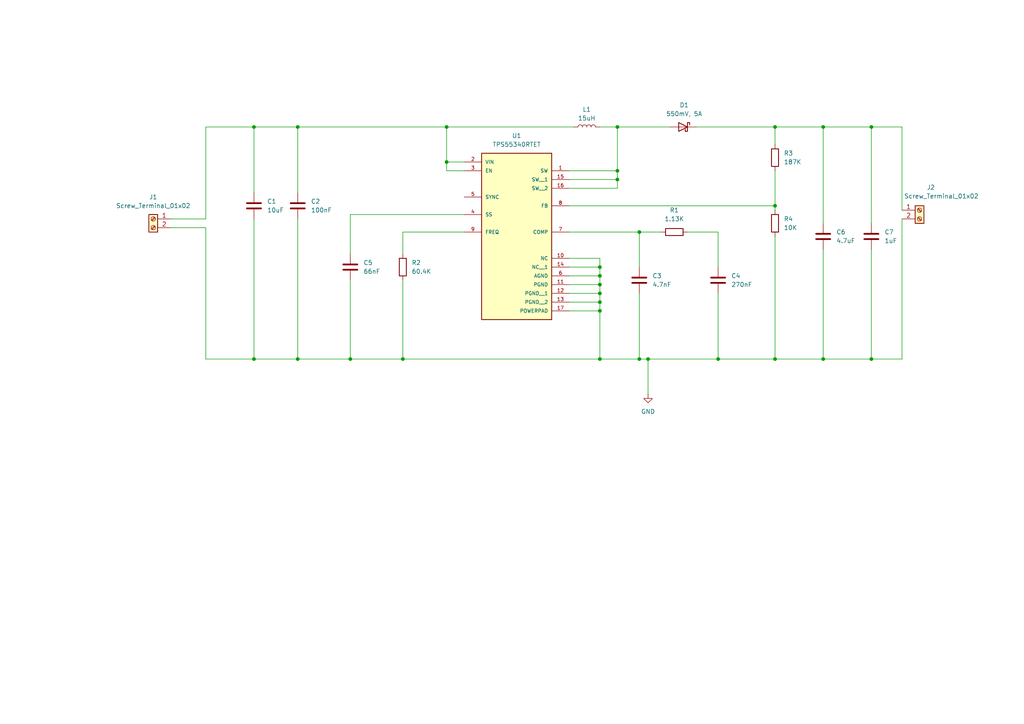
<source format=kicad_sch>
(kicad_sch (version 20231120) (generator "eeschema") (generator_version "8.0")
  (paper "A4")
  (lib_symbols
    (symbol "Connector:Screw_Terminal_01x02" (pin_names (offset 1.016) hide)
      (property "Reference" "J" (at 0 2.54 0))
      (property "Value" "Screw_Terminal_01x02" (at 0 -5.08 0))
      (symbol "Screw_Terminal_01x02_1_1"
        (rectangle (start -1.27 1.27) (end 1.27 -3.81) (stroke (width 0.254)) (fill (type background)))
        (circle (center 0 -2.54) (radius 0.635) (stroke (width 0.1524)))
        (polyline (pts (xy -0.5334 -2.2098) (xy 0.3302 -3.048)) (stroke (width 0.1524)))
        (polyline (pts (xy -0.5334 0.3302) (xy 0.3302 -0.508)) (stroke (width 0.1524)))
        (polyline (pts (xy -0.3556 -2.032) (xy 0.508 -2.8702)) (stroke (width 0.1524)))
        (polyline (pts (xy -0.3556 0.508) (xy 0.508 -0.3302)) (stroke (width 0.1524)))
        (circle (center 0 0) (radius 0.635) (stroke (width 0.1524)))
        (pin passive line (at -5.08 0 0) (length 3.81) (name "Pin_1") (number "1"))
        (pin passive line (at -5.08 -2.54 0) (length 3.81) (name "Pin_2") (number "2"))
      )
    )
    (symbol "Device:C" (pin_numbers hide) (pin_names (offset 0.254))
      (property "Reference" "C" (at 0.635 2.54 0))
      (property "Value" "C" (at 0.635 -2.54 0))
      (symbol "C_0_1"
        (polyline (pts (xy -2.032 -0.762) (xy 2.032 -0.762)) (stroke (width 0.508)))
        (polyline (pts (xy -2.032 0.762) (xy 2.032 0.762)) (stroke (width 0.508)))
      )
      (symbol "C_1_1"
        (pin passive line (at 0 3.81 270) (length 2.794) (name "~") (number "1"))
        (pin passive line (at 0 -3.81 90) (length 2.794) (name "~") (number "2"))
      )
    )
    (symbol "Device:D_Schottky" (pin_numbers hide) (pin_names (offset 1.016) hide)
      (property "Reference" "D" (at 0 2.54 0))
      (property "Value" "D_Schottky" (at 0 -2.54 0))
      (symbol "D_Schottky_0_1"
        (polyline (pts (xy 1.27 0) (xy -1.27 0)))
        (polyline (pts (xy 1.27 1.27) (xy 1.27 -1.27) (xy -1.27 0) (xy 1.27 1.27)) (stroke (width 0.254)))
        (polyline (pts (xy -1.905 0.635) (xy -1.905 1.27) (xy -1.27 1.27) (xy -1.27 -1.27) (xy -0.635 -1.27) (xy -0.635 -0.635)) (stroke (width 0.254)))
      )
      (symbol "D_Schottky_1_1"
        (pin passive line (at -3.81 0 0) (length 2.54) (name "K") (number "1"))
        (pin passive line (at 3.81 0 180) (length 2.54) (name "A") (number "2"))
      )
    )
    (symbol "Device:L" (pin_numbers hide) (pin_names (offset 1.016) hide)
      (property "Reference" "L" (at -1.27 0 90))
      (property "Value" "L" (at 1.905 0 90))
      (symbol "L_0_1"
        (arc (start 0 -2.54) (mid 0.6323 -1.905) (end 0 -1.27))
        (arc (start 0 -1.27) (mid 0.6323 -0.635) (end 0 0))
        (arc (start 0 0) (mid 0.6323 0.635) (end 0 1.27))
        (arc (start 0 1.27) (mid 0.6323 1.905) (end 0 2.54))
      )
      (symbol "L_1_1"
        (pin passive line (at 0 3.81 270) (length 1.27) (name "1") (number "1"))
        (pin passive line (at 0 -3.81 90) (length 1.27) (name "2") (number "2"))
      )
    )
    (symbol "Device:R" (pin_numbers hide) (pin_names (offset 0))
      (property "Reference" "R" (at 2.032 0 90))
      (property "Value" "R" (at 0 0 90))
      (symbol "R_0_1"
        (rectangle (start -1.016 -2.54) (end 1.016 2.54) (stroke (width 0.254)))
      )
      (symbol "R_1_1"
        (pin passive line (at 0 3.81 270) (length 1.27) (name "~") (number "1"))
        (pin passive line (at 0 -3.81 90) (length 1.27) (name "~") (number "2"))
      )
    )
    (symbol "TPS55340:TPS55340RTET" (pin_names (offset 1.016))
      (property "Reference" "U" (at -10.16 18.542 0))
      (property "Value" "TPS55340RTET" (at -10.16 -33.02 0))
      (symbol "TPS55340RTET_0_0"
        (rectangle (start -10.16 -30.48) (end 10.16 17.78) (stroke (width 0.254)) (fill (type background)))
        (pin output line (at 15.24 12.7 180) (length 5.08) (name "SW") (number "1"))
        (pin power_in line (at 15.24 -12.7 180) (length 5.08) (name "NC") (number "10"))
        (pin power_in line (at 15.24 -20.32 180) (length 5.08) (name "PGND") (number "11"))
        (pin power_in line (at 15.24 -22.86 180) (length 5.08) (name "PGND__1") (number "12"))
        (pin power_in line (at 15.24 -25.4 180) (length 5.08) (name "PGND__2") (number "13"))
        (pin power_in line (at 15.24 -15.24 180) (length 5.08) (name "NC__1") (number "14"))
        (pin output line (at 15.24 10.16 180) (length 5.08) (name "SW__1") (number "15"))
        (pin output line (at 15.24 7.62 180) (length 5.08) (name "SW__2") (number "16"))
        (pin power_in line (at 15.24 -27.94 180) (length 5.08) (name "POWERPAD") (number "17"))
        (pin power_in line (at -15.24 15.24 0) (length 5.08) (name "VIN") (number "2"))
        (pin input line (at -15.24 12.7 0) (length 5.08) (name "EN") (number "3"))
        (pin input line (at -15.24 0 0) (length 5.08) (name "SS") (number "4"))
        (pin input line (at -15.24 5.08 0) (length 5.08) (name "SYNC") (number "5"))
        (pin power_in line (at 15.24 -17.78 180) (length 5.08) (name "AGND") (number "6"))
        (pin output line (at 15.24 -5.08 180) (length 5.08) (name "COMP") (number "7"))
        (pin input line (at 15.24 2.54 180) (length 5.08) (name "FB") (number "8"))
        (pin input line (at -15.24 -5.08 0) (length 5.08) (name "FREQ") (number "9"))
      )
    )
    (symbol "power:GND" (power) (pin_numbers hide) (pin_names (offset 0) hide)
      (property "Value" "GND" (at 0 -3.81 0))
      (symbol "GND_0_1"
        (polyline (pts (xy 0 0) (xy 0 -1.27) (xy 1.27 -1.27) (xy 0 -2.54) (xy -1.27 -1.27) (xy 0 -1.27)))
      )
      (symbol "GND_1_1"
        (pin power_in line (at 0 0 270) (length 0) (name "~") (number "1"))
      )
    )
  )
  (junction (at 179.07 49.53))
  (junction (at 173.99 82.55))
  (junction (at 185.42 104.14))
  (junction (at 179.07 52.07))
  (junction (at 224.79 36.83))
  (junction (at 173.99 77.47))
  (junction (at 129.54 46.99))
  (junction (at 73.66 36.83))
  (junction (at 185.42 67.31))
  (junction (at 208.28 104.14))
  (junction (at 86.36 104.14))
  (junction (at 224.79 104.14))
  (junction (at 224.79 59.69))
  (junction (at 252.73 104.14))
  (junction (at 86.36 36.83))
  (junction (at 173.99 85.09))
  (junction (at 173.99 104.14))
  (junction (at 179.07 36.83))
  (junction (at 101.6 104.14))
  (junction (at 252.73 36.83))
  (junction (at 129.54 36.83))
  (junction (at 238.76 36.83))
  (junction (at 173.99 87.63))
  (junction (at 73.66 104.14))
  (junction (at 187.96 104.14))
  (junction (at 116.84 104.14))
  (junction (at 173.99 90.17))
  (junction (at 173.99 80.01))
  (junction (at 238.76 104.14))
  (wire (pts (xy 59.69 66.04) (xy 59.69 104.14)))
  (wire (pts (xy 116.84 81.28) (xy 116.84 104.14)))
  (wire (pts (xy 173.99 80.01) (xy 173.99 82.55)))
  (wire (pts (xy 208.28 85.09) (xy 208.28 104.14)))
  (wire (pts (xy 59.69 63.5) (xy 59.69 36.83)))
  (wire (pts (xy 173.99 74.93) (xy 173.99 77.47)))
  (wire (pts (xy 165.1 52.07) (xy 179.07 52.07)))
  (wire (pts (xy 173.99 36.83) (xy 179.07 36.83)))
  (wire (pts (xy 73.66 55.88) (xy 73.66 36.83)))
  (wire (pts (xy 165.1 77.47) (xy 173.99 77.47)))
  (wire (pts (xy 201.93 36.83) (xy 224.79 36.83)))
  (wire (pts (xy 134.62 49.53) (xy 129.54 49.53)))
  (wire (pts (xy 173.99 85.09) (xy 173.99 87.63)))
  (wire (pts (xy 179.07 49.53) (xy 179.07 36.83)))
  (wire (pts (xy 173.99 87.63) (xy 173.99 90.17)))
  (wire (pts (xy 86.36 104.14) (xy 101.6 104.14)))
  (wire (pts (xy 224.79 49.53) (xy 224.79 59.69)))
  (wire (pts (xy 224.79 36.83) (xy 238.76 36.83)))
  (wire (pts (xy 208.28 104.14) (xy 224.79 104.14)))
  (wire (pts (xy 238.76 36.83) (xy 238.76 64.77)))
  (wire (pts (xy 129.54 36.83) (xy 166.37 36.83)))
  (wire (pts (xy 224.79 104.14) (xy 238.76 104.14)))
  (wire (pts (xy 252.73 72.39) (xy 252.73 104.14)))
  (wire (pts (xy 73.66 104.14) (xy 86.36 104.14)))
  (wire (pts (xy 73.66 36.83) (xy 86.36 36.83)))
  (wire (pts (xy 187.96 104.14) (xy 187.96 114.3)))
  (wire (pts (xy 179.07 36.83) (xy 194.31 36.83)))
  (wire (pts (xy 224.79 68.58) (xy 224.79 104.14)))
  (wire (pts (xy 165.1 85.09) (xy 173.99 85.09)))
  (wire (pts (xy 73.66 63.5) (xy 73.66 104.14)))
  (wire (pts (xy 165.1 74.93) (xy 173.99 74.93)))
  (wire (pts (xy 59.69 36.83) (xy 73.66 36.83)))
  (wire (pts (xy 101.6 104.14) (xy 116.84 104.14)))
  (wire (pts (xy 238.76 36.83) (xy 252.73 36.83)))
  (wire (pts (xy 49.53 66.04) (xy 59.69 66.04)))
  (wire (pts (xy 59.69 104.14) (xy 73.66 104.14)))
  (wire (pts (xy 179.07 52.07) (xy 179.07 49.53)))
  (wire (pts (xy 129.54 36.83) (xy 129.54 46.99)))
  (wire (pts (xy 224.79 59.69) (xy 224.79 60.96)))
  (wire (pts (xy 165.1 54.61) (xy 179.07 54.61)))
  (wire (pts (xy 179.07 54.61) (xy 179.07 52.07)))
  (wire (pts (xy 261.62 60.96) (xy 261.62 36.83)))
  (wire (pts (xy 165.1 87.63) (xy 173.99 87.63)))
  (wire (pts (xy 165.1 59.69) (xy 224.79 59.69)))
  (wire (pts (xy 129.54 49.53) (xy 129.54 46.99)))
  (wire (pts (xy 185.42 85.09) (xy 185.42 104.14)))
  (wire (pts (xy 173.99 77.47) (xy 173.99 80.01)))
  (wire (pts (xy 208.28 67.31) (xy 199.39 67.31)))
  (wire (pts (xy 86.36 36.83) (xy 86.36 55.88)))
  (wire (pts (xy 134.62 46.99) (xy 129.54 46.99)))
  (wire (pts (xy 187.96 104.14) (xy 208.28 104.14)))
  (wire (pts (xy 185.42 104.14) (xy 187.96 104.14)))
  (wire (pts (xy 185.42 67.31) (xy 185.42 77.47)))
  (wire (pts (xy 261.62 104.14) (xy 261.62 63.5)))
  (wire (pts (xy 173.99 82.55) (xy 173.99 85.09)))
  (wire (pts (xy 86.36 36.83) (xy 129.54 36.83)))
  (wire (pts (xy 101.6 81.28) (xy 101.6 104.14)))
  (wire (pts (xy 165.1 67.31) (xy 185.42 67.31)))
  (wire (pts (xy 165.1 49.53) (xy 179.07 49.53)))
  (wire (pts (xy 208.28 77.47) (xy 208.28 67.31)))
  (wire (pts (xy 252.73 36.83) (xy 252.73 64.77)))
  (wire (pts (xy 252.73 104.14) (xy 261.62 104.14)))
  (wire (pts (xy 116.84 104.14) (xy 173.99 104.14)))
  (wire (pts (xy 165.1 90.17) (xy 173.99 90.17)))
  (wire (pts (xy 238.76 104.14) (xy 252.73 104.14)))
  (wire (pts (xy 116.84 73.66) (xy 116.84 67.31)))
  (wire (pts (xy 173.99 104.14) (xy 185.42 104.14)))
  (wire (pts (xy 165.1 82.55) (xy 173.99 82.55)))
  (wire (pts (xy 261.62 36.83) (xy 252.73 36.83)))
  (wire (pts (xy 185.42 67.31) (xy 191.77 67.31)))
  (wire (pts (xy 224.79 36.83) (xy 224.79 41.91)))
  (wire (pts (xy 49.53 63.5) (xy 59.69 63.5)))
  (wire (pts (xy 101.6 62.23) (xy 134.62 62.23)))
  (wire (pts (xy 238.76 72.39) (xy 238.76 104.14)))
  (wire (pts (xy 116.84 67.31) (xy 134.62 67.31)))
  (wire (pts (xy 173.99 90.17) (xy 173.99 104.14)))
  (wire (pts (xy 101.6 73.66) (xy 101.6 62.23)))
  (wire (pts (xy 165.1 80.01) (xy 173.99 80.01)))
  (wire (pts (xy 86.36 63.5) (xy 86.36 104.14)))
  (symbol (lib_id "TPS55340:TPS55340RTET") (at 149.86 62.23 0) (unit 1)
    (property "Reference" "U1" (at 149.86 39.37 0))
    (property "Value" "TPS55340RTET" (at 149.86 41.91 0))
    (property "Footprint" "TPS55340RTET:QFN50P300X300X80-17N" (effects (hide yes)))
    (property "MF" "Texas Instruments" (effects (hide yes)))
    (property "DESCRIPTION" "Boost Switching Regulator IC Positive, Isolation Capable Adjustable 2.9V 1 Output 5.25A _Switch_ 16-WFQFN Exposed Pad" (effects (hide yes)))
    (property "PACKAGE" "WQFN-16 Texas Instruments" (effects (hide yes)))
    (property "PRICE" "None" (effects (hide yes)))
    (property "MP" "TPS55340RTER" (effects (hide yes)))
    (property "AVAILABILITY" "Unavailable" (effects (hide yes)))
  )
  (symbol (lib_id "Device:C") (at 73.66 59.69 0) (unit 1)
    (property "Reference" "C1" (at 77.47 58.4199 0) (effects (justify left)))
    (property "Value" "10uF" (at 77.47 60.9599 0) (effects (justify left)))
    (property "Description" "Unpolarized capacitor" (effects (hide yes)))
  )
  (symbol (lib_id "Device:C") (at 101.6 77.47 0) (unit 1)
    (property "Reference" "C5" (at 105.41 76.1999 0) (effects (justify left)))
    (property "Value" "66nF" (at 105.41 78.7399 0) (effects (justify left)))
    (property "Description" "Unpolarized capacitor" (effects (hide yes)))
  )
  (symbol (lib_id "Device:C") (at 252.73 68.58 0) (unit 1)
    (property "Reference" "C7" (at 256.54 67.3099 0) (effects (justify left)))
    (property "Value" "1uF" (at 256.54 69.8499 0) (effects (justify left)))
    (property "Description" "Unpolarized capacitor" (effects (hide yes)))
  )
  (symbol (lib_id "Device:R") (at 224.79 45.72 0) (unit 1)
    (property "Reference" "R3" (at 227.33 44.4499 0) (effects (justify left)))
    (property "Value" "187K" (at 227.33 46.9899 0) (effects (justify left)))
    (property "Description" "Resistor" (effects (hide yes)))
  )
  (symbol (lib_id "Device:C") (at 208.28 81.28 0) (unit 1)
    (property "Reference" "C4" (at 212.09 80.0099 0) (effects (justify left)))
    (property "Value" "270nF" (at 212.09 82.5499 0) (effects (justify left)))
    (property "Description" "Unpolarized capacitor" (effects (hide yes)))
  )
  (symbol (lib_id "Device:C") (at 238.76 68.58 0) (unit 1)
    (property "Reference" "C6" (at 242.57 67.3099 0) (effects (justify left)))
    (property "Value" "4.7uF" (at 242.57 69.8499 0) (effects (justify left)))
    (property "Description" "Unpolarized capacitor" (effects (hide yes)))
  )
  (symbol (lib_id "Device:R") (at 195.58 67.31 270) (unit 1)
    (property "Reference" "R1" (at 195.58 60.96 90))
    (property "Value" "1.13K" (at 195.58 63.5 90))
    (property "Description" "Resistor" (effects (hide yes)))
  )
  (symbol (lib_id "Device:L") (at 170.18 36.83 90) (unit 1)
    (property "Reference" "L1" (at 170.18 31.75 90))
    (property "Value" "15uH" (at 170.18 34.29 90))
    (property "Description" "Inductor" (effects (hide yes)))
  )
  (symbol (lib_id "Device:R") (at 116.84 77.47 0) (unit 1)
    (property "Reference" "R2" (at 119.38 76.1999 0) (effects (justify left)))
    (property "Value" "60.4K" (at 119.38 78.7399 0) (effects (justify left)))
    (property "Description" "Resistor" (effects (hide yes)))
  )
  (symbol (lib_id "Device:C") (at 185.42 81.28 0) (unit 1)
    (property "Reference" "C3" (at 189.23 80.0099 0) (effects (justify left)))
    (property "Value" "4.7nF" (at 189.23 82.5499 0) (effects (justify left)))
    (property "Description" "Unpolarized capacitor" (effects (hide yes)))
  )
  (symbol (lib_id "Connector:Screw_Terminal_01x02") (at 44.45 63.5 0) (mirror y) (unit 1)
    (property "Reference" "J1" (at 44.45 57.15 0))
    (property "Value" "Screw_Terminal_01x02" (at 44.45 59.69 0))
    (property "Description" "Generic screw terminal, single row, 01x02, script generated (kicad-library-utils/schlib/autogen/connector/)" (effects (hide yes)))
  )
  (symbol (lib_id "Device:R") (at 224.79 64.77 0) (unit 1)
    (property "Reference" "R4" (at 227.33 63.4999 0) (effects (justify left)))
    (property "Value" "10K" (at 227.33 66.0399 0) (effects (justify left)))
    (property "Description" "Resistor" (effects (hide yes)))
  )
  (symbol (lib_id "power:GND") (at 187.96 114.3 0) (unit 1)
    (property "Reference" "#PWR01" (effects (hide yes)))
    (property "Value" "GND" (at 187.96 119.38 0))
    (property "Description" "Power symbol creates a global label with name \"GND\" , ground" (effects (hide yes)))
  )
  (symbol (lib_id "Device:C") (at 86.36 59.69 0) (unit 1)
    (property "Reference" "C2" (at 90.17 58.4199 0) (effects (justify left)))
    (property "Value" "100nF" (at 90.17 60.9599 0) (effects (justify left)))
    (property "Description" "Unpolarized capacitor" (effects (hide yes)))
  )
  (symbol (lib_id "Device:D_Schottky") (at 198.12 36.83 0) (mirror y) (unit 1)
    (property "Reference" "D1" (at 198.4375 30.48 0))
    (property "Value" "550mV, 5A" (at 198.4375 33.02 0))
    (property "Description" "Schottky diode" (effects (hide yes)))
  )
  (symbol (lib_id "Connector:Screw_Terminal_01x02") (at 266.7 60.96 0) (unit 1)
    (property "Reference" "J2" (at 270.002 54.356 0))
    (property "Value" "Screw_Terminal_01x02" (at 273.05 56.896 0))
    (property "Description" "Generic screw terminal, single row, 01x02, script generated (kicad-library-utils/schlib/autogen/connector/)" (effects (hide yes)))
  )
)
</source>
